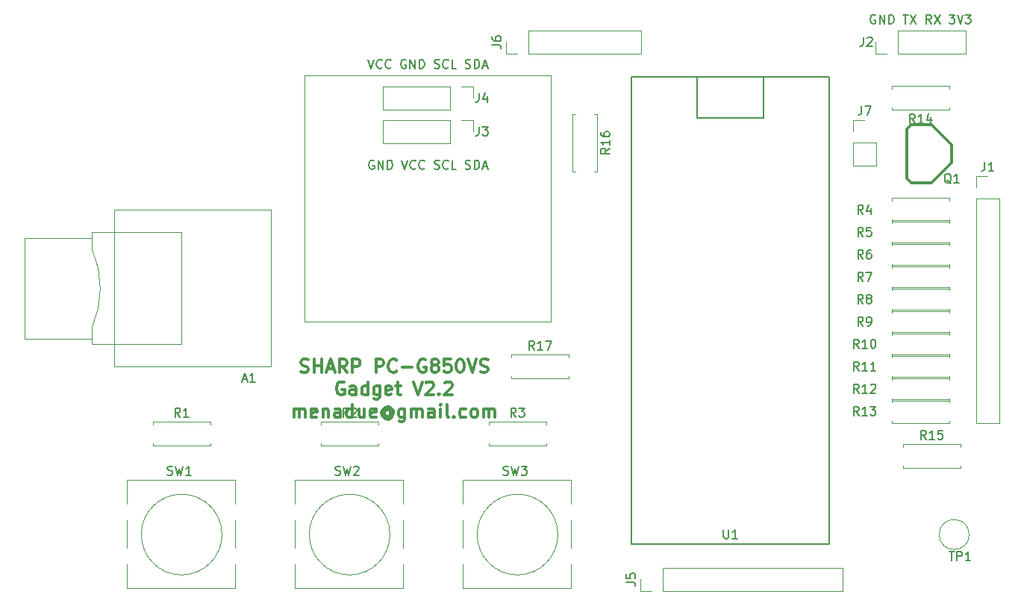
<source format=gbr>
%TF.GenerationSoftware,KiCad,Pcbnew,5.1.5+dfsg1-2build2*%
%TF.CreationDate,2022-09-12T08:37:09+01:00*%
%TF.ProjectId,bluepill-pb1,626c7565-7069-46c6-9c2d-7062312e6b69,rev?*%
%TF.SameCoordinates,Original*%
%TF.FileFunction,Legend,Top*%
%TF.FilePolarity,Positive*%
%FSLAX46Y46*%
G04 Gerber Fmt 4.6, Leading zero omitted, Abs format (unit mm)*
G04 Created by KiCad (PCBNEW 5.1.5+dfsg1-2build2) date 2022-09-12 08:37:09*
%MOMM*%
%LPD*%
G04 APERTURE LIST*
%ADD10C,0.300000*%
%ADD11C,0.120000*%
%ADD12C,0.150000*%
%ADD13C,0.304800*%
%ADD14C,0.203200*%
G04 APERTURE END LIST*
D10*
X99882857Y-97117142D02*
X100097142Y-97188571D01*
X100454285Y-97188571D01*
X100597142Y-97117142D01*
X100668571Y-97045714D01*
X100740000Y-96902857D01*
X100740000Y-96760000D01*
X100668571Y-96617142D01*
X100597142Y-96545714D01*
X100454285Y-96474285D01*
X100168571Y-96402857D01*
X100025714Y-96331428D01*
X99954285Y-96260000D01*
X99882857Y-96117142D01*
X99882857Y-95974285D01*
X99954285Y-95831428D01*
X100025714Y-95760000D01*
X100168571Y-95688571D01*
X100525714Y-95688571D01*
X100740000Y-95760000D01*
X101382857Y-97188571D02*
X101382857Y-95688571D01*
X101382857Y-96402857D02*
X102240000Y-96402857D01*
X102240000Y-97188571D02*
X102240000Y-95688571D01*
X102882857Y-96760000D02*
X103597142Y-96760000D01*
X102740000Y-97188571D02*
X103240000Y-95688571D01*
X103740000Y-97188571D01*
X105097142Y-97188571D02*
X104597142Y-96474285D01*
X104240000Y-97188571D02*
X104240000Y-95688571D01*
X104811428Y-95688571D01*
X104954285Y-95760000D01*
X105025714Y-95831428D01*
X105097142Y-95974285D01*
X105097142Y-96188571D01*
X105025714Y-96331428D01*
X104954285Y-96402857D01*
X104811428Y-96474285D01*
X104240000Y-96474285D01*
X105740000Y-97188571D02*
X105740000Y-95688571D01*
X106311428Y-95688571D01*
X106454285Y-95760000D01*
X106525714Y-95831428D01*
X106597142Y-95974285D01*
X106597142Y-96188571D01*
X106525714Y-96331428D01*
X106454285Y-96402857D01*
X106311428Y-96474285D01*
X105740000Y-96474285D01*
X108382857Y-97188571D02*
X108382857Y-95688571D01*
X108954285Y-95688571D01*
X109097142Y-95760000D01*
X109168571Y-95831428D01*
X109240000Y-95974285D01*
X109240000Y-96188571D01*
X109168571Y-96331428D01*
X109097142Y-96402857D01*
X108954285Y-96474285D01*
X108382857Y-96474285D01*
X110740000Y-97045714D02*
X110668571Y-97117142D01*
X110454285Y-97188571D01*
X110311428Y-97188571D01*
X110097142Y-97117142D01*
X109954285Y-96974285D01*
X109882857Y-96831428D01*
X109811428Y-96545714D01*
X109811428Y-96331428D01*
X109882857Y-96045714D01*
X109954285Y-95902857D01*
X110097142Y-95760000D01*
X110311428Y-95688571D01*
X110454285Y-95688571D01*
X110668571Y-95760000D01*
X110740000Y-95831428D01*
X111382857Y-96617142D02*
X112525714Y-96617142D01*
X114025714Y-95760000D02*
X113882857Y-95688571D01*
X113668571Y-95688571D01*
X113454285Y-95760000D01*
X113311428Y-95902857D01*
X113240000Y-96045714D01*
X113168571Y-96331428D01*
X113168571Y-96545714D01*
X113240000Y-96831428D01*
X113311428Y-96974285D01*
X113454285Y-97117142D01*
X113668571Y-97188571D01*
X113811428Y-97188571D01*
X114025714Y-97117142D01*
X114097142Y-97045714D01*
X114097142Y-96545714D01*
X113811428Y-96545714D01*
X114954285Y-96331428D02*
X114811428Y-96260000D01*
X114740000Y-96188571D01*
X114668571Y-96045714D01*
X114668571Y-95974285D01*
X114740000Y-95831428D01*
X114811428Y-95760000D01*
X114954285Y-95688571D01*
X115240000Y-95688571D01*
X115382857Y-95760000D01*
X115454285Y-95831428D01*
X115525714Y-95974285D01*
X115525714Y-96045714D01*
X115454285Y-96188571D01*
X115382857Y-96260000D01*
X115240000Y-96331428D01*
X114954285Y-96331428D01*
X114811428Y-96402857D01*
X114740000Y-96474285D01*
X114668571Y-96617142D01*
X114668571Y-96902857D01*
X114740000Y-97045714D01*
X114811428Y-97117142D01*
X114954285Y-97188571D01*
X115240000Y-97188571D01*
X115382857Y-97117142D01*
X115454285Y-97045714D01*
X115525714Y-96902857D01*
X115525714Y-96617142D01*
X115454285Y-96474285D01*
X115382857Y-96402857D01*
X115240000Y-96331428D01*
X116882857Y-95688571D02*
X116168571Y-95688571D01*
X116097142Y-96402857D01*
X116168571Y-96331428D01*
X116311428Y-96260000D01*
X116668571Y-96260000D01*
X116811428Y-96331428D01*
X116882857Y-96402857D01*
X116954285Y-96545714D01*
X116954285Y-96902857D01*
X116882857Y-97045714D01*
X116811428Y-97117142D01*
X116668571Y-97188571D01*
X116311428Y-97188571D01*
X116168571Y-97117142D01*
X116097142Y-97045714D01*
X117882857Y-95688571D02*
X118025714Y-95688571D01*
X118168571Y-95760000D01*
X118240000Y-95831428D01*
X118311428Y-95974285D01*
X118382857Y-96260000D01*
X118382857Y-96617142D01*
X118311428Y-96902857D01*
X118240000Y-97045714D01*
X118168571Y-97117142D01*
X118025714Y-97188571D01*
X117882857Y-97188571D01*
X117740000Y-97117142D01*
X117668571Y-97045714D01*
X117597142Y-96902857D01*
X117525714Y-96617142D01*
X117525714Y-96260000D01*
X117597142Y-95974285D01*
X117668571Y-95831428D01*
X117740000Y-95760000D01*
X117882857Y-95688571D01*
X118811428Y-95688571D02*
X119311428Y-97188571D01*
X119811428Y-95688571D01*
X120240000Y-97117142D02*
X120454285Y-97188571D01*
X120811428Y-97188571D01*
X120954285Y-97117142D01*
X121025714Y-97045714D01*
X121097142Y-96902857D01*
X121097142Y-96760000D01*
X121025714Y-96617142D01*
X120954285Y-96545714D01*
X120811428Y-96474285D01*
X120525714Y-96402857D01*
X120382857Y-96331428D01*
X120311428Y-96260000D01*
X120240000Y-96117142D01*
X120240000Y-95974285D01*
X120311428Y-95831428D01*
X120382857Y-95760000D01*
X120525714Y-95688571D01*
X120882857Y-95688571D01*
X121097142Y-95760000D01*
X104775714Y-98310000D02*
X104632857Y-98238571D01*
X104418571Y-98238571D01*
X104204285Y-98310000D01*
X104061428Y-98452857D01*
X103990000Y-98595714D01*
X103918571Y-98881428D01*
X103918571Y-99095714D01*
X103990000Y-99381428D01*
X104061428Y-99524285D01*
X104204285Y-99667142D01*
X104418571Y-99738571D01*
X104561428Y-99738571D01*
X104775714Y-99667142D01*
X104847142Y-99595714D01*
X104847142Y-99095714D01*
X104561428Y-99095714D01*
X106132857Y-99738571D02*
X106132857Y-98952857D01*
X106061428Y-98810000D01*
X105918571Y-98738571D01*
X105632857Y-98738571D01*
X105490000Y-98810000D01*
X106132857Y-99667142D02*
X105990000Y-99738571D01*
X105632857Y-99738571D01*
X105490000Y-99667142D01*
X105418571Y-99524285D01*
X105418571Y-99381428D01*
X105490000Y-99238571D01*
X105632857Y-99167142D01*
X105990000Y-99167142D01*
X106132857Y-99095714D01*
X107490000Y-99738571D02*
X107490000Y-98238571D01*
X107490000Y-99667142D02*
X107347142Y-99738571D01*
X107061428Y-99738571D01*
X106918571Y-99667142D01*
X106847142Y-99595714D01*
X106775714Y-99452857D01*
X106775714Y-99024285D01*
X106847142Y-98881428D01*
X106918571Y-98810000D01*
X107061428Y-98738571D01*
X107347142Y-98738571D01*
X107490000Y-98810000D01*
X108847142Y-98738571D02*
X108847142Y-99952857D01*
X108775714Y-100095714D01*
X108704285Y-100167142D01*
X108561428Y-100238571D01*
X108347142Y-100238571D01*
X108204285Y-100167142D01*
X108847142Y-99667142D02*
X108704285Y-99738571D01*
X108418571Y-99738571D01*
X108275714Y-99667142D01*
X108204285Y-99595714D01*
X108132857Y-99452857D01*
X108132857Y-99024285D01*
X108204285Y-98881428D01*
X108275714Y-98810000D01*
X108418571Y-98738571D01*
X108704285Y-98738571D01*
X108847142Y-98810000D01*
X110132857Y-99667142D02*
X109990000Y-99738571D01*
X109704285Y-99738571D01*
X109561428Y-99667142D01*
X109490000Y-99524285D01*
X109490000Y-98952857D01*
X109561428Y-98810000D01*
X109704285Y-98738571D01*
X109990000Y-98738571D01*
X110132857Y-98810000D01*
X110204285Y-98952857D01*
X110204285Y-99095714D01*
X109490000Y-99238571D01*
X110632857Y-98738571D02*
X111204285Y-98738571D01*
X110847142Y-98238571D02*
X110847142Y-99524285D01*
X110918571Y-99667142D01*
X111061428Y-99738571D01*
X111204285Y-99738571D01*
X112632857Y-98238571D02*
X113132857Y-99738571D01*
X113632857Y-98238571D01*
X114061428Y-98381428D02*
X114132857Y-98310000D01*
X114275714Y-98238571D01*
X114632857Y-98238571D01*
X114775714Y-98310000D01*
X114847142Y-98381428D01*
X114918571Y-98524285D01*
X114918571Y-98667142D01*
X114847142Y-98881428D01*
X113990000Y-99738571D01*
X114918571Y-99738571D01*
X115561428Y-99595714D02*
X115632857Y-99667142D01*
X115561428Y-99738571D01*
X115490000Y-99667142D01*
X115561428Y-99595714D01*
X115561428Y-99738571D01*
X116204285Y-98381428D02*
X116275714Y-98310000D01*
X116418571Y-98238571D01*
X116775714Y-98238571D01*
X116918571Y-98310000D01*
X116990000Y-98381428D01*
X117061428Y-98524285D01*
X117061428Y-98667142D01*
X116990000Y-98881428D01*
X116132857Y-99738571D01*
X117061428Y-99738571D01*
X99097142Y-102288571D02*
X99097142Y-101288571D01*
X99097142Y-101431428D02*
X99168571Y-101360000D01*
X99311428Y-101288571D01*
X99525714Y-101288571D01*
X99668571Y-101360000D01*
X99740000Y-101502857D01*
X99740000Y-102288571D01*
X99740000Y-101502857D02*
X99811428Y-101360000D01*
X99954285Y-101288571D01*
X100168571Y-101288571D01*
X100311428Y-101360000D01*
X100382857Y-101502857D01*
X100382857Y-102288571D01*
X101668571Y-102217142D02*
X101525714Y-102288571D01*
X101240000Y-102288571D01*
X101097142Y-102217142D01*
X101025714Y-102074285D01*
X101025714Y-101502857D01*
X101097142Y-101360000D01*
X101240000Y-101288571D01*
X101525714Y-101288571D01*
X101668571Y-101360000D01*
X101740000Y-101502857D01*
X101740000Y-101645714D01*
X101025714Y-101788571D01*
X102382857Y-101288571D02*
X102382857Y-102288571D01*
X102382857Y-101431428D02*
X102454285Y-101360000D01*
X102597142Y-101288571D01*
X102811428Y-101288571D01*
X102954285Y-101360000D01*
X103025714Y-101502857D01*
X103025714Y-102288571D01*
X104382857Y-102288571D02*
X104382857Y-101502857D01*
X104311428Y-101360000D01*
X104168571Y-101288571D01*
X103882857Y-101288571D01*
X103740000Y-101360000D01*
X104382857Y-102217142D02*
X104240000Y-102288571D01*
X103882857Y-102288571D01*
X103740000Y-102217142D01*
X103668571Y-102074285D01*
X103668571Y-101931428D01*
X103740000Y-101788571D01*
X103882857Y-101717142D01*
X104240000Y-101717142D01*
X104382857Y-101645714D01*
X105740000Y-102288571D02*
X105740000Y-100788571D01*
X105740000Y-102217142D02*
X105597142Y-102288571D01*
X105311428Y-102288571D01*
X105168571Y-102217142D01*
X105097142Y-102145714D01*
X105025714Y-102002857D01*
X105025714Y-101574285D01*
X105097142Y-101431428D01*
X105168571Y-101360000D01*
X105311428Y-101288571D01*
X105597142Y-101288571D01*
X105740000Y-101360000D01*
X107097142Y-101288571D02*
X107097142Y-102288571D01*
X106454285Y-101288571D02*
X106454285Y-102074285D01*
X106525714Y-102217142D01*
X106668571Y-102288571D01*
X106882857Y-102288571D01*
X107025714Y-102217142D01*
X107097142Y-102145714D01*
X108382857Y-102217142D02*
X108240000Y-102288571D01*
X107954285Y-102288571D01*
X107811428Y-102217142D01*
X107740000Y-102074285D01*
X107740000Y-101502857D01*
X107811428Y-101360000D01*
X107954285Y-101288571D01*
X108240000Y-101288571D01*
X108382857Y-101360000D01*
X108454285Y-101502857D01*
X108454285Y-101645714D01*
X107740000Y-101788571D01*
X110025714Y-101574285D02*
X109954285Y-101502857D01*
X109811428Y-101431428D01*
X109668571Y-101431428D01*
X109525714Y-101502857D01*
X109454285Y-101574285D01*
X109382857Y-101717142D01*
X109382857Y-101860000D01*
X109454285Y-102002857D01*
X109525714Y-102074285D01*
X109668571Y-102145714D01*
X109811428Y-102145714D01*
X109954285Y-102074285D01*
X110025714Y-102002857D01*
X110025714Y-101431428D02*
X110025714Y-102002857D01*
X110097142Y-102074285D01*
X110168571Y-102074285D01*
X110311428Y-102002857D01*
X110382857Y-101860000D01*
X110382857Y-101502857D01*
X110240000Y-101288571D01*
X110025714Y-101145714D01*
X109740000Y-101074285D01*
X109454285Y-101145714D01*
X109240000Y-101288571D01*
X109097142Y-101502857D01*
X109025714Y-101788571D01*
X109097142Y-102074285D01*
X109240000Y-102288571D01*
X109454285Y-102431428D01*
X109740000Y-102502857D01*
X110025714Y-102431428D01*
X110240000Y-102288571D01*
X111668571Y-101288571D02*
X111668571Y-102502857D01*
X111597142Y-102645714D01*
X111525714Y-102717142D01*
X111382857Y-102788571D01*
X111168571Y-102788571D01*
X111025714Y-102717142D01*
X111668571Y-102217142D02*
X111525714Y-102288571D01*
X111240000Y-102288571D01*
X111097142Y-102217142D01*
X111025714Y-102145714D01*
X110954285Y-102002857D01*
X110954285Y-101574285D01*
X111025714Y-101431428D01*
X111097142Y-101360000D01*
X111240000Y-101288571D01*
X111525714Y-101288571D01*
X111668571Y-101360000D01*
X112382857Y-102288571D02*
X112382857Y-101288571D01*
X112382857Y-101431428D02*
X112454285Y-101360000D01*
X112597142Y-101288571D01*
X112811428Y-101288571D01*
X112954285Y-101360000D01*
X113025714Y-101502857D01*
X113025714Y-102288571D01*
X113025714Y-101502857D02*
X113097142Y-101360000D01*
X113240000Y-101288571D01*
X113454285Y-101288571D01*
X113597142Y-101360000D01*
X113668571Y-101502857D01*
X113668571Y-102288571D01*
X115025714Y-102288571D02*
X115025714Y-101502857D01*
X114954285Y-101360000D01*
X114811428Y-101288571D01*
X114525714Y-101288571D01*
X114382857Y-101360000D01*
X115025714Y-102217142D02*
X114882857Y-102288571D01*
X114525714Y-102288571D01*
X114382857Y-102217142D01*
X114311428Y-102074285D01*
X114311428Y-101931428D01*
X114382857Y-101788571D01*
X114525714Y-101717142D01*
X114882857Y-101717142D01*
X115025714Y-101645714D01*
X115740000Y-102288571D02*
X115740000Y-101288571D01*
X115740000Y-100788571D02*
X115668571Y-100860000D01*
X115740000Y-100931428D01*
X115811428Y-100860000D01*
X115740000Y-100788571D01*
X115740000Y-100931428D01*
X116668571Y-102288571D02*
X116525714Y-102217142D01*
X116454285Y-102074285D01*
X116454285Y-100788571D01*
X117240000Y-102145714D02*
X117311428Y-102217142D01*
X117240000Y-102288571D01*
X117168571Y-102217142D01*
X117240000Y-102145714D01*
X117240000Y-102288571D01*
X118597142Y-102217142D02*
X118454285Y-102288571D01*
X118168571Y-102288571D01*
X118025714Y-102217142D01*
X117954285Y-102145714D01*
X117882857Y-102002857D01*
X117882857Y-101574285D01*
X117954285Y-101431428D01*
X118025714Y-101360000D01*
X118168571Y-101288571D01*
X118454285Y-101288571D01*
X118597142Y-101360000D01*
X119454285Y-102288571D02*
X119311428Y-102217142D01*
X119240000Y-102145714D01*
X119168571Y-102002857D01*
X119168571Y-101574285D01*
X119240000Y-101431428D01*
X119311428Y-101360000D01*
X119454285Y-101288571D01*
X119668571Y-101288571D01*
X119811428Y-101360000D01*
X119882857Y-101431428D01*
X119954285Y-101574285D01*
X119954285Y-102002857D01*
X119882857Y-102145714D01*
X119811428Y-102217142D01*
X119668571Y-102288571D01*
X119454285Y-102288571D01*
X120597142Y-102288571D02*
X120597142Y-101288571D01*
X120597142Y-101431428D02*
X120668571Y-101360000D01*
X120811428Y-101288571D01*
X121025714Y-101288571D01*
X121168571Y-101360000D01*
X121240000Y-101502857D01*
X121240000Y-102288571D01*
X121240000Y-101502857D02*
X121311428Y-101360000D01*
X121454285Y-101288571D01*
X121668571Y-101288571D01*
X121811428Y-101360000D01*
X121882857Y-101502857D01*
X121882857Y-102288571D01*
D11*
X100330000Y-91440000D02*
X100330000Y-63500000D01*
X128270000Y-91440000D02*
X100330000Y-91440000D01*
X128270000Y-63500000D02*
X128270000Y-91440000D01*
X100330000Y-63500000D02*
X128270000Y-63500000D01*
D12*
X165060952Y-56650000D02*
X164965714Y-56602380D01*
X164822857Y-56602380D01*
X164680000Y-56650000D01*
X164584761Y-56745238D01*
X164537142Y-56840476D01*
X164489523Y-57030952D01*
X164489523Y-57173809D01*
X164537142Y-57364285D01*
X164584761Y-57459523D01*
X164680000Y-57554761D01*
X164822857Y-57602380D01*
X164918095Y-57602380D01*
X165060952Y-57554761D01*
X165108571Y-57507142D01*
X165108571Y-57173809D01*
X164918095Y-57173809D01*
X165537142Y-57602380D02*
X165537142Y-56602380D01*
X166108571Y-57602380D01*
X166108571Y-56602380D01*
X166584761Y-57602380D02*
X166584761Y-56602380D01*
X166822857Y-56602380D01*
X166965714Y-56650000D01*
X167060952Y-56745238D01*
X167108571Y-56840476D01*
X167156190Y-57030952D01*
X167156190Y-57173809D01*
X167108571Y-57364285D01*
X167060952Y-57459523D01*
X166965714Y-57554761D01*
X166822857Y-57602380D01*
X166584761Y-57602380D01*
X168203809Y-56602380D02*
X168775238Y-56602380D01*
X168489523Y-57602380D02*
X168489523Y-56602380D01*
X169013333Y-56602380D02*
X169680000Y-57602380D01*
X169680000Y-56602380D02*
X169013333Y-57602380D01*
X171394285Y-57602380D02*
X171060952Y-57126190D01*
X170822857Y-57602380D02*
X170822857Y-56602380D01*
X171203809Y-56602380D01*
X171299047Y-56650000D01*
X171346666Y-56697619D01*
X171394285Y-56792857D01*
X171394285Y-56935714D01*
X171346666Y-57030952D01*
X171299047Y-57078571D01*
X171203809Y-57126190D01*
X170822857Y-57126190D01*
X171727619Y-56602380D02*
X172394285Y-57602380D01*
X172394285Y-56602380D02*
X171727619Y-57602380D01*
X173441904Y-56602380D02*
X174060952Y-56602380D01*
X173727619Y-56983333D01*
X173870476Y-56983333D01*
X173965714Y-57030952D01*
X174013333Y-57078571D01*
X174060952Y-57173809D01*
X174060952Y-57411904D01*
X174013333Y-57507142D01*
X173965714Y-57554761D01*
X173870476Y-57602380D01*
X173584761Y-57602380D01*
X173489523Y-57554761D01*
X173441904Y-57507142D01*
X174346666Y-56602380D02*
X174680000Y-57602380D01*
X175013333Y-56602380D01*
X175251428Y-56602380D02*
X175870476Y-56602380D01*
X175537142Y-56983333D01*
X175680000Y-56983333D01*
X175775238Y-57030952D01*
X175822857Y-57078571D01*
X175870476Y-57173809D01*
X175870476Y-57411904D01*
X175822857Y-57507142D01*
X175775238Y-57554761D01*
X175680000Y-57602380D01*
X175394285Y-57602380D01*
X175299047Y-57554761D01*
X175251428Y-57507142D01*
X108180952Y-73160000D02*
X108085714Y-73112380D01*
X107942857Y-73112380D01*
X107800000Y-73160000D01*
X107704761Y-73255238D01*
X107657142Y-73350476D01*
X107609523Y-73540952D01*
X107609523Y-73683809D01*
X107657142Y-73874285D01*
X107704761Y-73969523D01*
X107800000Y-74064761D01*
X107942857Y-74112380D01*
X108038095Y-74112380D01*
X108180952Y-74064761D01*
X108228571Y-74017142D01*
X108228571Y-73683809D01*
X108038095Y-73683809D01*
X108657142Y-74112380D02*
X108657142Y-73112380D01*
X109228571Y-74112380D01*
X109228571Y-73112380D01*
X109704761Y-74112380D02*
X109704761Y-73112380D01*
X109942857Y-73112380D01*
X110085714Y-73160000D01*
X110180952Y-73255238D01*
X110228571Y-73350476D01*
X110276190Y-73540952D01*
X110276190Y-73683809D01*
X110228571Y-73874285D01*
X110180952Y-73969523D01*
X110085714Y-74064761D01*
X109942857Y-74112380D01*
X109704761Y-74112380D01*
X111323809Y-73112380D02*
X111657142Y-74112380D01*
X111990476Y-73112380D01*
X112895238Y-74017142D02*
X112847619Y-74064761D01*
X112704761Y-74112380D01*
X112609523Y-74112380D01*
X112466666Y-74064761D01*
X112371428Y-73969523D01*
X112323809Y-73874285D01*
X112276190Y-73683809D01*
X112276190Y-73540952D01*
X112323809Y-73350476D01*
X112371428Y-73255238D01*
X112466666Y-73160000D01*
X112609523Y-73112380D01*
X112704761Y-73112380D01*
X112847619Y-73160000D01*
X112895238Y-73207619D01*
X113895238Y-74017142D02*
X113847619Y-74064761D01*
X113704761Y-74112380D01*
X113609523Y-74112380D01*
X113466666Y-74064761D01*
X113371428Y-73969523D01*
X113323809Y-73874285D01*
X113276190Y-73683809D01*
X113276190Y-73540952D01*
X113323809Y-73350476D01*
X113371428Y-73255238D01*
X113466666Y-73160000D01*
X113609523Y-73112380D01*
X113704761Y-73112380D01*
X113847619Y-73160000D01*
X113895238Y-73207619D01*
X115038095Y-74064761D02*
X115180952Y-74112380D01*
X115419047Y-74112380D01*
X115514285Y-74064761D01*
X115561904Y-74017142D01*
X115609523Y-73921904D01*
X115609523Y-73826666D01*
X115561904Y-73731428D01*
X115514285Y-73683809D01*
X115419047Y-73636190D01*
X115228571Y-73588571D01*
X115133333Y-73540952D01*
X115085714Y-73493333D01*
X115038095Y-73398095D01*
X115038095Y-73302857D01*
X115085714Y-73207619D01*
X115133333Y-73160000D01*
X115228571Y-73112380D01*
X115466666Y-73112380D01*
X115609523Y-73160000D01*
X116609523Y-74017142D02*
X116561904Y-74064761D01*
X116419047Y-74112380D01*
X116323809Y-74112380D01*
X116180952Y-74064761D01*
X116085714Y-73969523D01*
X116038095Y-73874285D01*
X115990476Y-73683809D01*
X115990476Y-73540952D01*
X116038095Y-73350476D01*
X116085714Y-73255238D01*
X116180952Y-73160000D01*
X116323809Y-73112380D01*
X116419047Y-73112380D01*
X116561904Y-73160000D01*
X116609523Y-73207619D01*
X117514285Y-74112380D02*
X117038095Y-74112380D01*
X117038095Y-73112380D01*
X118561904Y-74064761D02*
X118704761Y-74112380D01*
X118942857Y-74112380D01*
X119038095Y-74064761D01*
X119085714Y-74017142D01*
X119133333Y-73921904D01*
X119133333Y-73826666D01*
X119085714Y-73731428D01*
X119038095Y-73683809D01*
X118942857Y-73636190D01*
X118752380Y-73588571D01*
X118657142Y-73540952D01*
X118609523Y-73493333D01*
X118561904Y-73398095D01*
X118561904Y-73302857D01*
X118609523Y-73207619D01*
X118657142Y-73160000D01*
X118752380Y-73112380D01*
X118990476Y-73112380D01*
X119133333Y-73160000D01*
X119561904Y-74112380D02*
X119561904Y-73112380D01*
X119799999Y-73112380D01*
X119942857Y-73160000D01*
X120038095Y-73255238D01*
X120085714Y-73350476D01*
X120133333Y-73540952D01*
X120133333Y-73683809D01*
X120085714Y-73874285D01*
X120038095Y-73969523D01*
X119942857Y-74064761D01*
X119799999Y-74112380D01*
X119561904Y-74112380D01*
X120514285Y-73826666D02*
X120990476Y-73826666D01*
X120419047Y-74112380D02*
X120752380Y-73112380D01*
X121085714Y-74112380D01*
X107514285Y-61682380D02*
X107847619Y-62682380D01*
X108180952Y-61682380D01*
X109085714Y-62587142D02*
X109038095Y-62634761D01*
X108895238Y-62682380D01*
X108800000Y-62682380D01*
X108657142Y-62634761D01*
X108561904Y-62539523D01*
X108514285Y-62444285D01*
X108466666Y-62253809D01*
X108466666Y-62110952D01*
X108514285Y-61920476D01*
X108561904Y-61825238D01*
X108657142Y-61730000D01*
X108800000Y-61682380D01*
X108895238Y-61682380D01*
X109038095Y-61730000D01*
X109085714Y-61777619D01*
X110085714Y-62587142D02*
X110038095Y-62634761D01*
X109895238Y-62682380D01*
X109800000Y-62682380D01*
X109657142Y-62634761D01*
X109561904Y-62539523D01*
X109514285Y-62444285D01*
X109466666Y-62253809D01*
X109466666Y-62110952D01*
X109514285Y-61920476D01*
X109561904Y-61825238D01*
X109657142Y-61730000D01*
X109800000Y-61682380D01*
X109895238Y-61682380D01*
X110038095Y-61730000D01*
X110085714Y-61777619D01*
X111800000Y-61730000D02*
X111704761Y-61682380D01*
X111561904Y-61682380D01*
X111419047Y-61730000D01*
X111323809Y-61825238D01*
X111276190Y-61920476D01*
X111228571Y-62110952D01*
X111228571Y-62253809D01*
X111276190Y-62444285D01*
X111323809Y-62539523D01*
X111419047Y-62634761D01*
X111561904Y-62682380D01*
X111657142Y-62682380D01*
X111800000Y-62634761D01*
X111847619Y-62587142D01*
X111847619Y-62253809D01*
X111657142Y-62253809D01*
X112276190Y-62682380D02*
X112276190Y-61682380D01*
X112847619Y-62682380D01*
X112847619Y-61682380D01*
X113323809Y-62682380D02*
X113323809Y-61682380D01*
X113561904Y-61682380D01*
X113704761Y-61730000D01*
X113800000Y-61825238D01*
X113847619Y-61920476D01*
X113895238Y-62110952D01*
X113895238Y-62253809D01*
X113847619Y-62444285D01*
X113800000Y-62539523D01*
X113704761Y-62634761D01*
X113561904Y-62682380D01*
X113323809Y-62682380D01*
X115038095Y-62634761D02*
X115180952Y-62682380D01*
X115419047Y-62682380D01*
X115514285Y-62634761D01*
X115561904Y-62587142D01*
X115609523Y-62491904D01*
X115609523Y-62396666D01*
X115561904Y-62301428D01*
X115514285Y-62253809D01*
X115419047Y-62206190D01*
X115228571Y-62158571D01*
X115133333Y-62110952D01*
X115085714Y-62063333D01*
X115038095Y-61968095D01*
X115038095Y-61872857D01*
X115085714Y-61777619D01*
X115133333Y-61730000D01*
X115228571Y-61682380D01*
X115466666Y-61682380D01*
X115609523Y-61730000D01*
X116609523Y-62587142D02*
X116561904Y-62634761D01*
X116419047Y-62682380D01*
X116323809Y-62682380D01*
X116180952Y-62634761D01*
X116085714Y-62539523D01*
X116038095Y-62444285D01*
X115990476Y-62253809D01*
X115990476Y-62110952D01*
X116038095Y-61920476D01*
X116085714Y-61825238D01*
X116180952Y-61730000D01*
X116323809Y-61682380D01*
X116419047Y-61682380D01*
X116561904Y-61730000D01*
X116609523Y-61777619D01*
X117514285Y-62682380D02*
X117038095Y-62682380D01*
X117038095Y-61682380D01*
X118561904Y-62634761D02*
X118704761Y-62682380D01*
X118942857Y-62682380D01*
X119038095Y-62634761D01*
X119085714Y-62587142D01*
X119133333Y-62491904D01*
X119133333Y-62396666D01*
X119085714Y-62301428D01*
X119038095Y-62253809D01*
X118942857Y-62206190D01*
X118752380Y-62158571D01*
X118657142Y-62110952D01*
X118609523Y-62063333D01*
X118561904Y-61968095D01*
X118561904Y-61872857D01*
X118609523Y-61777619D01*
X118657142Y-61730000D01*
X118752380Y-61682380D01*
X118990476Y-61682380D01*
X119133333Y-61730000D01*
X119561904Y-62682380D02*
X119561904Y-61682380D01*
X119799999Y-61682380D01*
X119942857Y-61730000D01*
X120038095Y-61825238D01*
X120085714Y-61920476D01*
X120133333Y-62110952D01*
X120133333Y-62253809D01*
X120085714Y-62444285D01*
X120038095Y-62539523D01*
X119942857Y-62634761D01*
X119799999Y-62682380D01*
X119561904Y-62682380D01*
X120514285Y-62396666D02*
X120990476Y-62396666D01*
X120419047Y-62682380D02*
X120752380Y-61682380D01*
X121085714Y-62682380D01*
D11*
%TO.C,J6*%
X123130000Y-61020000D02*
X123130000Y-59690000D01*
X124460000Y-61020000D02*
X123130000Y-61020000D01*
X125730000Y-61020000D02*
X125730000Y-58360000D01*
X125730000Y-58360000D02*
X138490000Y-58360000D01*
X125730000Y-61020000D02*
X138490000Y-61020000D01*
X138490000Y-61020000D02*
X138490000Y-58360000D01*
%TO.C,J7*%
X162500000Y-68520000D02*
X163830000Y-68520000D01*
X162500000Y-69850000D02*
X162500000Y-68520000D01*
X162500000Y-71120000D02*
X165160000Y-71120000D01*
X165160000Y-71120000D02*
X165160000Y-73720000D01*
X162500000Y-71120000D02*
X162500000Y-73720000D01*
X162500000Y-73720000D02*
X165160000Y-73720000D01*
%TO.C,R17*%
X130270000Y-97890000D02*
X130270000Y-97560000D01*
X123730000Y-97890000D02*
X130270000Y-97890000D01*
X123730000Y-97560000D02*
X123730000Y-97890000D01*
X130270000Y-95150000D02*
X130270000Y-95480000D01*
X123730000Y-95150000D02*
X130270000Y-95150000D01*
X123730000Y-95480000D02*
X123730000Y-95150000D01*
%TO.C,TP1*%
X175690000Y-115570000D02*
G75*
G03X175690000Y-115570000I-1700000J0D01*
G01*
%TO.C,R16*%
X130710000Y-74390000D02*
X131040000Y-74390000D01*
X130710000Y-67850000D02*
X130710000Y-74390000D01*
X131040000Y-67850000D02*
X130710000Y-67850000D01*
X133450000Y-74390000D02*
X133120000Y-74390000D01*
X133450000Y-67850000D02*
X133450000Y-74390000D01*
X133120000Y-67850000D02*
X133450000Y-67850000D01*
%TO.C,R15*%
X168180000Y-105640000D02*
X168180000Y-105310000D01*
X168180000Y-105310000D02*
X174720000Y-105310000D01*
X174720000Y-105310000D02*
X174720000Y-105640000D01*
X168180000Y-107720000D02*
X168180000Y-108050000D01*
X168180000Y-108050000D02*
X174720000Y-108050000D01*
X174720000Y-108050000D02*
X174720000Y-107720000D01*
D12*
%TO.C,U1*%
X137340000Y-116670000D02*
X137340000Y-63670000D01*
X159840000Y-116670000D02*
X137340000Y-116670000D01*
X159840000Y-63670000D02*
X159840000Y-116670000D01*
X137340000Y-63670000D02*
X159840000Y-63670000D01*
X152390000Y-68270000D02*
X152390000Y-63770000D01*
X144790000Y-68270000D02*
X152390000Y-68270000D01*
X144790000Y-63770000D02*
X144790000Y-68270000D01*
D11*
%TO.C,SW2*%
X111460000Y-109380000D02*
X111460000Y-112100000D01*
X111460000Y-118960000D02*
X111460000Y-121680000D01*
X99160000Y-117100000D02*
X99160000Y-113960000D01*
X99160000Y-121680000D02*
X99160000Y-118960000D01*
X109989050Y-115570000D02*
G75*
G03X109989050Y-115570000I-4579050J0D01*
G01*
X99160000Y-112100000D02*
X99160000Y-109380000D01*
X111460000Y-121680000D02*
X99160000Y-121680000D01*
X111460000Y-113960000D02*
X111460000Y-117100000D01*
X99160000Y-109380000D02*
X111460000Y-109380000D01*
%TO.C,J5*%
X138370000Y-121980000D02*
X138370000Y-120650000D01*
X139700000Y-121980000D02*
X138370000Y-121980000D01*
X140970000Y-121980000D02*
X140970000Y-119320000D01*
X140970000Y-119320000D02*
X161350000Y-119320000D01*
X140970000Y-121980000D02*
X161350000Y-121980000D01*
X161350000Y-121980000D02*
X161350000Y-119320000D01*
%TO.C,R14*%
X166910000Y-64670000D02*
X166910000Y-65000000D01*
X173450000Y-64670000D02*
X166910000Y-64670000D01*
X173450000Y-65000000D02*
X173450000Y-64670000D01*
X166910000Y-67410000D02*
X166910000Y-67080000D01*
X173450000Y-67410000D02*
X166910000Y-67410000D01*
X173450000Y-67080000D02*
X173450000Y-67410000D01*
D13*
%TO.C,Q1*%
X171450000Y-75692000D02*
X169164000Y-75692000D01*
X169164000Y-75692000D02*
X168656000Y-75184000D01*
X168656000Y-75184000D02*
X168656000Y-69596000D01*
X168656000Y-69596000D02*
X169164000Y-69088000D01*
X169164000Y-69088000D02*
X171450000Y-69088000D01*
X173736000Y-73406000D02*
X171450000Y-75692000D01*
X173736000Y-71374000D02*
X171450000Y-69088000D01*
X173736000Y-71374000D02*
X173736000Y-73406000D01*
D11*
%TO.C,J4*%
X109160000Y-64710000D02*
X109160000Y-67370000D01*
X116840000Y-64710000D02*
X109160000Y-64710000D01*
X116840000Y-67370000D02*
X109160000Y-67370000D01*
X116840000Y-64710000D02*
X116840000Y-67370000D01*
X118110000Y-64710000D02*
X119440000Y-64710000D01*
X119440000Y-64710000D02*
X119440000Y-66040000D01*
%TO.C,J2*%
X175320000Y-61020000D02*
X175320000Y-58360000D01*
X167640000Y-61020000D02*
X175320000Y-61020000D01*
X167640000Y-58360000D02*
X175320000Y-58360000D01*
X167640000Y-61020000D02*
X167640000Y-58360000D01*
X166370000Y-61020000D02*
X165040000Y-61020000D01*
X165040000Y-61020000D02*
X165040000Y-59690000D01*
%TO.C,J1*%
X176470000Y-102930000D02*
X179130000Y-102930000D01*
X176470000Y-77470000D02*
X176470000Y-102930000D01*
X179130000Y-77470000D02*
X179130000Y-102930000D01*
X176470000Y-77470000D02*
X179130000Y-77470000D01*
X176470000Y-76200000D02*
X176470000Y-74870000D01*
X176470000Y-74870000D02*
X177800000Y-74870000D01*
%TO.C,R13*%
X166910000Y-100560000D02*
X166910000Y-100230000D01*
X166910000Y-100230000D02*
X173450000Y-100230000D01*
X173450000Y-100230000D02*
X173450000Y-100560000D01*
X166910000Y-102640000D02*
X166910000Y-102970000D01*
X166910000Y-102970000D02*
X173450000Y-102970000D01*
X173450000Y-102970000D02*
X173450000Y-102640000D01*
%TO.C,R12*%
X166910000Y-98020000D02*
X166910000Y-97690000D01*
X166910000Y-97690000D02*
X173450000Y-97690000D01*
X173450000Y-97690000D02*
X173450000Y-98020000D01*
X166910000Y-100100000D02*
X166910000Y-100430000D01*
X166910000Y-100430000D02*
X173450000Y-100430000D01*
X173450000Y-100430000D02*
X173450000Y-100100000D01*
%TO.C,R11*%
X166910000Y-95480000D02*
X166910000Y-95150000D01*
X166910000Y-95150000D02*
X173450000Y-95150000D01*
X173450000Y-95150000D02*
X173450000Y-95480000D01*
X166910000Y-97560000D02*
X166910000Y-97890000D01*
X166910000Y-97890000D02*
X173450000Y-97890000D01*
X173450000Y-97890000D02*
X173450000Y-97560000D01*
%TO.C,R10*%
X166910000Y-92940000D02*
X166910000Y-92610000D01*
X166910000Y-92610000D02*
X173450000Y-92610000D01*
X173450000Y-92610000D02*
X173450000Y-92940000D01*
X166910000Y-95020000D02*
X166910000Y-95350000D01*
X166910000Y-95350000D02*
X173450000Y-95350000D01*
X173450000Y-95350000D02*
X173450000Y-95020000D01*
%TO.C,R9*%
X166910000Y-90400000D02*
X166910000Y-90070000D01*
X166910000Y-90070000D02*
X173450000Y-90070000D01*
X173450000Y-90070000D02*
X173450000Y-90400000D01*
X166910000Y-92480000D02*
X166910000Y-92810000D01*
X166910000Y-92810000D02*
X173450000Y-92810000D01*
X173450000Y-92810000D02*
X173450000Y-92480000D01*
%TO.C,R8*%
X166910000Y-87860000D02*
X166910000Y-87530000D01*
X166910000Y-87530000D02*
X173450000Y-87530000D01*
X173450000Y-87530000D02*
X173450000Y-87860000D01*
X166910000Y-89940000D02*
X166910000Y-90270000D01*
X166910000Y-90270000D02*
X173450000Y-90270000D01*
X173450000Y-90270000D02*
X173450000Y-89940000D01*
%TO.C,R7*%
X166910000Y-85320000D02*
X166910000Y-84990000D01*
X166910000Y-84990000D02*
X173450000Y-84990000D01*
X173450000Y-84990000D02*
X173450000Y-85320000D01*
X166910000Y-87400000D02*
X166910000Y-87730000D01*
X166910000Y-87730000D02*
X173450000Y-87730000D01*
X173450000Y-87730000D02*
X173450000Y-87400000D01*
%TO.C,R6*%
X166910000Y-82780000D02*
X166910000Y-82450000D01*
X166910000Y-82450000D02*
X173450000Y-82450000D01*
X173450000Y-82450000D02*
X173450000Y-82780000D01*
X166910000Y-84860000D02*
X166910000Y-85190000D01*
X166910000Y-85190000D02*
X173450000Y-85190000D01*
X173450000Y-85190000D02*
X173450000Y-84860000D01*
%TO.C,R5*%
X166910000Y-80240000D02*
X166910000Y-79910000D01*
X166910000Y-79910000D02*
X173450000Y-79910000D01*
X173450000Y-79910000D02*
X173450000Y-80240000D01*
X166910000Y-82320000D02*
X166910000Y-82650000D01*
X166910000Y-82650000D02*
X173450000Y-82650000D01*
X173450000Y-82650000D02*
X173450000Y-82320000D01*
%TO.C,R4*%
X166910000Y-77700000D02*
X166910000Y-77370000D01*
X166910000Y-77370000D02*
X173450000Y-77370000D01*
X173450000Y-77370000D02*
X173450000Y-77700000D01*
X166910000Y-79780000D02*
X166910000Y-80110000D01*
X166910000Y-80110000D02*
X173450000Y-80110000D01*
X173450000Y-80110000D02*
X173450000Y-79780000D01*
%TO.C,SW3*%
X130510000Y-109380000D02*
X130510000Y-112100000D01*
X130510000Y-118960000D02*
X130510000Y-121680000D01*
X118210000Y-117100000D02*
X118210000Y-113960000D01*
X118210000Y-121680000D02*
X118210000Y-118960000D01*
X129039050Y-115570000D02*
G75*
G03X129039050Y-115570000I-4579050J0D01*
G01*
X118210000Y-112100000D02*
X118210000Y-109380000D01*
X130510000Y-121680000D02*
X118210000Y-121680000D01*
X130510000Y-113960000D02*
X130510000Y-117100000D01*
X118210000Y-109380000D02*
X130510000Y-109380000D01*
%TO.C,SW1*%
X92410000Y-109380000D02*
X92410000Y-112100000D01*
X92410000Y-118960000D02*
X92410000Y-121680000D01*
X80110000Y-117100000D02*
X80110000Y-113960000D01*
X80110000Y-121680000D02*
X80110000Y-118960000D01*
X90939050Y-115570000D02*
G75*
G03X90939050Y-115570000I-4579050J0D01*
G01*
X80110000Y-112100000D02*
X80110000Y-109380000D01*
X92410000Y-121680000D02*
X80110000Y-121680000D01*
X92410000Y-113960000D02*
X92410000Y-117100000D01*
X80110000Y-109380000D02*
X92410000Y-109380000D01*
%TO.C,R3*%
X127730000Y-105510000D02*
X127730000Y-105180000D01*
X121190000Y-105510000D02*
X127730000Y-105510000D01*
X121190000Y-105180000D02*
X121190000Y-105510000D01*
X127730000Y-102770000D02*
X127730000Y-103100000D01*
X121190000Y-102770000D02*
X127730000Y-102770000D01*
X121190000Y-103100000D02*
X121190000Y-102770000D01*
%TO.C,R2*%
X108680000Y-105510000D02*
X108680000Y-105180000D01*
X102140000Y-105510000D02*
X108680000Y-105510000D01*
X102140000Y-105180000D02*
X102140000Y-105510000D01*
X108680000Y-102770000D02*
X108680000Y-103100000D01*
X102140000Y-102770000D02*
X108680000Y-102770000D01*
X102140000Y-103100000D02*
X102140000Y-102770000D01*
%TO.C,R1*%
X89630000Y-105510000D02*
X89630000Y-105180000D01*
X83090000Y-105510000D02*
X89630000Y-105510000D01*
X83090000Y-105180000D02*
X83090000Y-105510000D01*
X89630000Y-102770000D02*
X89630000Y-103100000D01*
X83090000Y-102770000D02*
X89630000Y-102770000D01*
X83090000Y-103100000D02*
X83090000Y-102770000D01*
%TO.C,J3*%
X119440000Y-68520000D02*
X119440000Y-69850000D01*
X118110000Y-68520000D02*
X119440000Y-68520000D01*
X116840000Y-68520000D02*
X116840000Y-71180000D01*
X116840000Y-71180000D02*
X109160000Y-71180000D01*
X116840000Y-68520000D02*
X109160000Y-68520000D01*
X109160000Y-68520000D02*
X109160000Y-71180000D01*
%TO.C,A1*%
X68580000Y-81915000D02*
X76200000Y-81915000D01*
X68580000Y-93345000D02*
X68580000Y-81915000D01*
X76200000Y-93345000D02*
X68580000Y-93345000D01*
X76200000Y-81280000D02*
X76200000Y-83185000D01*
X76200000Y-93980000D02*
X76200000Y-92075000D01*
X86360000Y-93980000D02*
X76200000Y-93980000D01*
X86360000Y-81280000D02*
X76200000Y-81280000D01*
X86360000Y-93980000D02*
X86360000Y-81280000D01*
X96520000Y-78740000D02*
X96520000Y-96520000D01*
X78740000Y-78740000D02*
X96520000Y-78740000D01*
X78740000Y-96520000D02*
X78740000Y-78740000D01*
X96520000Y-96520000D02*
X78740000Y-96520000D01*
X76200000Y-83185001D02*
G75*
G02X76200000Y-92075000I-10160000J-4444999D01*
G01*
%TO.C,J6*%
D12*
X121582380Y-60023333D02*
X122296666Y-60023333D01*
X122439523Y-60070952D01*
X122534761Y-60166190D01*
X122582380Y-60309047D01*
X122582380Y-60404285D01*
X121582380Y-59118571D02*
X121582380Y-59309047D01*
X121630000Y-59404285D01*
X121677619Y-59451904D01*
X121820476Y-59547142D01*
X122010952Y-59594761D01*
X122391904Y-59594761D01*
X122487142Y-59547142D01*
X122534761Y-59499523D01*
X122582380Y-59404285D01*
X122582380Y-59213809D01*
X122534761Y-59118571D01*
X122487142Y-59070952D01*
X122391904Y-59023333D01*
X122153809Y-59023333D01*
X122058571Y-59070952D01*
X122010952Y-59118571D01*
X121963333Y-59213809D01*
X121963333Y-59404285D01*
X122010952Y-59499523D01*
X122058571Y-59547142D01*
X122153809Y-59594761D01*
%TO.C,J7*%
X163496666Y-66972380D02*
X163496666Y-67686666D01*
X163449047Y-67829523D01*
X163353809Y-67924761D01*
X163210952Y-67972380D01*
X163115714Y-67972380D01*
X163877619Y-66972380D02*
X164544285Y-66972380D01*
X164115714Y-67972380D01*
%TO.C,R17*%
X126357142Y-94602380D02*
X126023809Y-94126190D01*
X125785714Y-94602380D02*
X125785714Y-93602380D01*
X126166666Y-93602380D01*
X126261904Y-93650000D01*
X126309523Y-93697619D01*
X126357142Y-93792857D01*
X126357142Y-93935714D01*
X126309523Y-94030952D01*
X126261904Y-94078571D01*
X126166666Y-94126190D01*
X125785714Y-94126190D01*
X127309523Y-94602380D02*
X126738095Y-94602380D01*
X127023809Y-94602380D02*
X127023809Y-93602380D01*
X126928571Y-93745238D01*
X126833333Y-93840476D01*
X126738095Y-93888095D01*
X127642857Y-93602380D02*
X128309523Y-93602380D01*
X127880952Y-94602380D01*
%TO.C,TP1*%
X173428095Y-117522380D02*
X173999523Y-117522380D01*
X173713809Y-118522380D02*
X173713809Y-117522380D01*
X174332857Y-118522380D02*
X174332857Y-117522380D01*
X174713809Y-117522380D01*
X174809047Y-117570000D01*
X174856666Y-117617619D01*
X174904285Y-117712857D01*
X174904285Y-117855714D01*
X174856666Y-117950952D01*
X174809047Y-117998571D01*
X174713809Y-118046190D01*
X174332857Y-118046190D01*
X175856666Y-118522380D02*
X175285238Y-118522380D01*
X175570952Y-118522380D02*
X175570952Y-117522380D01*
X175475714Y-117665238D01*
X175380476Y-117760476D01*
X175285238Y-117808095D01*
%TO.C,R16*%
X134902380Y-71762857D02*
X134426190Y-72096190D01*
X134902380Y-72334285D02*
X133902380Y-72334285D01*
X133902380Y-71953333D01*
X133950000Y-71858095D01*
X133997619Y-71810476D01*
X134092857Y-71762857D01*
X134235714Y-71762857D01*
X134330952Y-71810476D01*
X134378571Y-71858095D01*
X134426190Y-71953333D01*
X134426190Y-72334285D01*
X134902380Y-70810476D02*
X134902380Y-71381904D01*
X134902380Y-71096190D02*
X133902380Y-71096190D01*
X134045238Y-71191428D01*
X134140476Y-71286666D01*
X134188095Y-71381904D01*
X133902380Y-69953333D02*
X133902380Y-70143809D01*
X133950000Y-70239047D01*
X133997619Y-70286666D01*
X134140476Y-70381904D01*
X134330952Y-70429523D01*
X134711904Y-70429523D01*
X134807142Y-70381904D01*
X134854761Y-70334285D01*
X134902380Y-70239047D01*
X134902380Y-70048571D01*
X134854761Y-69953333D01*
X134807142Y-69905714D01*
X134711904Y-69858095D01*
X134473809Y-69858095D01*
X134378571Y-69905714D01*
X134330952Y-69953333D01*
X134283333Y-70048571D01*
X134283333Y-70239047D01*
X134330952Y-70334285D01*
X134378571Y-70381904D01*
X134473809Y-70429523D01*
%TO.C,R15*%
X170807142Y-104762380D02*
X170473809Y-104286190D01*
X170235714Y-104762380D02*
X170235714Y-103762380D01*
X170616666Y-103762380D01*
X170711904Y-103810000D01*
X170759523Y-103857619D01*
X170807142Y-103952857D01*
X170807142Y-104095714D01*
X170759523Y-104190952D01*
X170711904Y-104238571D01*
X170616666Y-104286190D01*
X170235714Y-104286190D01*
X171759523Y-104762380D02*
X171188095Y-104762380D01*
X171473809Y-104762380D02*
X171473809Y-103762380D01*
X171378571Y-103905238D01*
X171283333Y-104000476D01*
X171188095Y-104048095D01*
X172664285Y-103762380D02*
X172188095Y-103762380D01*
X172140476Y-104238571D01*
X172188095Y-104190952D01*
X172283333Y-104143333D01*
X172521428Y-104143333D01*
X172616666Y-104190952D01*
X172664285Y-104238571D01*
X172711904Y-104333809D01*
X172711904Y-104571904D01*
X172664285Y-104667142D01*
X172616666Y-104714761D01*
X172521428Y-104762380D01*
X172283333Y-104762380D01*
X172188095Y-104714761D01*
X172140476Y-104667142D01*
%TO.C,U1*%
X147828095Y-115022380D02*
X147828095Y-115831904D01*
X147875714Y-115927142D01*
X147923333Y-115974761D01*
X148018571Y-116022380D01*
X148209047Y-116022380D01*
X148304285Y-115974761D01*
X148351904Y-115927142D01*
X148399523Y-115831904D01*
X148399523Y-115022380D01*
X149399523Y-116022380D02*
X148828095Y-116022380D01*
X149113809Y-116022380D02*
X149113809Y-115022380D01*
X149018571Y-115165238D01*
X148923333Y-115260476D01*
X148828095Y-115308095D01*
%TO.C,SW2*%
X103806666Y-108774761D02*
X103949523Y-108822380D01*
X104187619Y-108822380D01*
X104282857Y-108774761D01*
X104330476Y-108727142D01*
X104378095Y-108631904D01*
X104378095Y-108536666D01*
X104330476Y-108441428D01*
X104282857Y-108393809D01*
X104187619Y-108346190D01*
X103997142Y-108298571D01*
X103901904Y-108250952D01*
X103854285Y-108203333D01*
X103806666Y-108108095D01*
X103806666Y-108012857D01*
X103854285Y-107917619D01*
X103901904Y-107870000D01*
X103997142Y-107822380D01*
X104235238Y-107822380D01*
X104378095Y-107870000D01*
X104711428Y-107822380D02*
X104949523Y-108822380D01*
X105140000Y-108108095D01*
X105330476Y-108822380D01*
X105568571Y-107822380D01*
X105901904Y-107917619D02*
X105949523Y-107870000D01*
X106044761Y-107822380D01*
X106282857Y-107822380D01*
X106378095Y-107870000D01*
X106425714Y-107917619D01*
X106473333Y-108012857D01*
X106473333Y-108108095D01*
X106425714Y-108250952D01*
X105854285Y-108822380D01*
X106473333Y-108822380D01*
%TO.C,J5*%
X136822380Y-120983333D02*
X137536666Y-120983333D01*
X137679523Y-121030952D01*
X137774761Y-121126190D01*
X137822380Y-121269047D01*
X137822380Y-121364285D01*
X136822380Y-120030952D02*
X136822380Y-120507142D01*
X137298571Y-120554761D01*
X137250952Y-120507142D01*
X137203333Y-120411904D01*
X137203333Y-120173809D01*
X137250952Y-120078571D01*
X137298571Y-120030952D01*
X137393809Y-119983333D01*
X137631904Y-119983333D01*
X137727142Y-120030952D01*
X137774761Y-120078571D01*
X137822380Y-120173809D01*
X137822380Y-120411904D01*
X137774761Y-120507142D01*
X137727142Y-120554761D01*
%TO.C,R14*%
X169537142Y-68862380D02*
X169203809Y-68386190D01*
X168965714Y-68862380D02*
X168965714Y-67862380D01*
X169346666Y-67862380D01*
X169441904Y-67910000D01*
X169489523Y-67957619D01*
X169537142Y-68052857D01*
X169537142Y-68195714D01*
X169489523Y-68290952D01*
X169441904Y-68338571D01*
X169346666Y-68386190D01*
X168965714Y-68386190D01*
X170489523Y-68862380D02*
X169918095Y-68862380D01*
X170203809Y-68862380D02*
X170203809Y-67862380D01*
X170108571Y-68005238D01*
X170013333Y-68100476D01*
X169918095Y-68148095D01*
X171346666Y-68195714D02*
X171346666Y-68862380D01*
X171108571Y-67814761D02*
X170870476Y-68529047D01*
X171489523Y-68529047D01*
%TO.C,Q1*%
D14*
X173639238Y-75740380D02*
X173542476Y-75692000D01*
X173445714Y-75595238D01*
X173300571Y-75450095D01*
X173203809Y-75401714D01*
X173107047Y-75401714D01*
X173155428Y-75643619D02*
X173058666Y-75595238D01*
X172961904Y-75498476D01*
X172913523Y-75304952D01*
X172913523Y-74966285D01*
X172961904Y-74772761D01*
X173058666Y-74676000D01*
X173155428Y-74627619D01*
X173348952Y-74627619D01*
X173445714Y-74676000D01*
X173542476Y-74772761D01*
X173590857Y-74966285D01*
X173590857Y-75304952D01*
X173542476Y-75498476D01*
X173445714Y-75595238D01*
X173348952Y-75643619D01*
X173155428Y-75643619D01*
X174558476Y-75643619D02*
X173977904Y-75643619D01*
X174268190Y-75643619D02*
X174268190Y-74627619D01*
X174171428Y-74772761D01*
X174074666Y-74869523D01*
X173977904Y-74917904D01*
%TO.C,J4*%
D12*
X120106666Y-65492380D02*
X120106666Y-66206666D01*
X120059047Y-66349523D01*
X119963809Y-66444761D01*
X119820952Y-66492380D01*
X119725714Y-66492380D01*
X121011428Y-65825714D02*
X121011428Y-66492380D01*
X120773333Y-65444761D02*
X120535238Y-66159047D01*
X121154285Y-66159047D01*
%TO.C,J2*%
X163706666Y-59142380D02*
X163706666Y-59856666D01*
X163659047Y-59999523D01*
X163563809Y-60094761D01*
X163420952Y-60142380D01*
X163325714Y-60142380D01*
X164135238Y-59237619D02*
X164182857Y-59190000D01*
X164278095Y-59142380D01*
X164516190Y-59142380D01*
X164611428Y-59190000D01*
X164659047Y-59237619D01*
X164706666Y-59332857D01*
X164706666Y-59428095D01*
X164659047Y-59570952D01*
X164087619Y-60142380D01*
X164706666Y-60142380D01*
%TO.C,J1*%
X177466666Y-73322380D02*
X177466666Y-74036666D01*
X177419047Y-74179523D01*
X177323809Y-74274761D01*
X177180952Y-74322380D01*
X177085714Y-74322380D01*
X178466666Y-74322380D02*
X177895238Y-74322380D01*
X178180952Y-74322380D02*
X178180952Y-73322380D01*
X178085714Y-73465238D01*
X177990476Y-73560476D01*
X177895238Y-73608095D01*
%TO.C,R13*%
X163187142Y-102052380D02*
X162853809Y-101576190D01*
X162615714Y-102052380D02*
X162615714Y-101052380D01*
X162996666Y-101052380D01*
X163091904Y-101100000D01*
X163139523Y-101147619D01*
X163187142Y-101242857D01*
X163187142Y-101385714D01*
X163139523Y-101480952D01*
X163091904Y-101528571D01*
X162996666Y-101576190D01*
X162615714Y-101576190D01*
X164139523Y-102052380D02*
X163568095Y-102052380D01*
X163853809Y-102052380D02*
X163853809Y-101052380D01*
X163758571Y-101195238D01*
X163663333Y-101290476D01*
X163568095Y-101338095D01*
X164472857Y-101052380D02*
X165091904Y-101052380D01*
X164758571Y-101433333D01*
X164901428Y-101433333D01*
X164996666Y-101480952D01*
X165044285Y-101528571D01*
X165091904Y-101623809D01*
X165091904Y-101861904D01*
X165044285Y-101957142D01*
X164996666Y-102004761D01*
X164901428Y-102052380D01*
X164615714Y-102052380D01*
X164520476Y-102004761D01*
X164472857Y-101957142D01*
%TO.C,R12*%
X163187142Y-99512380D02*
X162853809Y-99036190D01*
X162615714Y-99512380D02*
X162615714Y-98512380D01*
X162996666Y-98512380D01*
X163091904Y-98560000D01*
X163139523Y-98607619D01*
X163187142Y-98702857D01*
X163187142Y-98845714D01*
X163139523Y-98940952D01*
X163091904Y-98988571D01*
X162996666Y-99036190D01*
X162615714Y-99036190D01*
X164139523Y-99512380D02*
X163568095Y-99512380D01*
X163853809Y-99512380D02*
X163853809Y-98512380D01*
X163758571Y-98655238D01*
X163663333Y-98750476D01*
X163568095Y-98798095D01*
X164520476Y-98607619D02*
X164568095Y-98560000D01*
X164663333Y-98512380D01*
X164901428Y-98512380D01*
X164996666Y-98560000D01*
X165044285Y-98607619D01*
X165091904Y-98702857D01*
X165091904Y-98798095D01*
X165044285Y-98940952D01*
X164472857Y-99512380D01*
X165091904Y-99512380D01*
%TO.C,R11*%
X163187142Y-96972380D02*
X162853809Y-96496190D01*
X162615714Y-96972380D02*
X162615714Y-95972380D01*
X162996666Y-95972380D01*
X163091904Y-96020000D01*
X163139523Y-96067619D01*
X163187142Y-96162857D01*
X163187142Y-96305714D01*
X163139523Y-96400952D01*
X163091904Y-96448571D01*
X162996666Y-96496190D01*
X162615714Y-96496190D01*
X164139523Y-96972380D02*
X163568095Y-96972380D01*
X163853809Y-96972380D02*
X163853809Y-95972380D01*
X163758571Y-96115238D01*
X163663333Y-96210476D01*
X163568095Y-96258095D01*
X165091904Y-96972380D02*
X164520476Y-96972380D01*
X164806190Y-96972380D02*
X164806190Y-95972380D01*
X164710952Y-96115238D01*
X164615714Y-96210476D01*
X164520476Y-96258095D01*
%TO.C,R10*%
X163187142Y-94432380D02*
X162853809Y-93956190D01*
X162615714Y-94432380D02*
X162615714Y-93432380D01*
X162996666Y-93432380D01*
X163091904Y-93480000D01*
X163139523Y-93527619D01*
X163187142Y-93622857D01*
X163187142Y-93765714D01*
X163139523Y-93860952D01*
X163091904Y-93908571D01*
X162996666Y-93956190D01*
X162615714Y-93956190D01*
X164139523Y-94432380D02*
X163568095Y-94432380D01*
X163853809Y-94432380D02*
X163853809Y-93432380D01*
X163758571Y-93575238D01*
X163663333Y-93670476D01*
X163568095Y-93718095D01*
X164758571Y-93432380D02*
X164853809Y-93432380D01*
X164949047Y-93480000D01*
X164996666Y-93527619D01*
X165044285Y-93622857D01*
X165091904Y-93813333D01*
X165091904Y-94051428D01*
X165044285Y-94241904D01*
X164996666Y-94337142D01*
X164949047Y-94384761D01*
X164853809Y-94432380D01*
X164758571Y-94432380D01*
X164663333Y-94384761D01*
X164615714Y-94337142D01*
X164568095Y-94241904D01*
X164520476Y-94051428D01*
X164520476Y-93813333D01*
X164568095Y-93622857D01*
X164615714Y-93527619D01*
X164663333Y-93480000D01*
X164758571Y-93432380D01*
%TO.C,R9*%
X163663333Y-91892380D02*
X163330000Y-91416190D01*
X163091904Y-91892380D02*
X163091904Y-90892380D01*
X163472857Y-90892380D01*
X163568095Y-90940000D01*
X163615714Y-90987619D01*
X163663333Y-91082857D01*
X163663333Y-91225714D01*
X163615714Y-91320952D01*
X163568095Y-91368571D01*
X163472857Y-91416190D01*
X163091904Y-91416190D01*
X164139523Y-91892380D02*
X164330000Y-91892380D01*
X164425238Y-91844761D01*
X164472857Y-91797142D01*
X164568095Y-91654285D01*
X164615714Y-91463809D01*
X164615714Y-91082857D01*
X164568095Y-90987619D01*
X164520476Y-90940000D01*
X164425238Y-90892380D01*
X164234761Y-90892380D01*
X164139523Y-90940000D01*
X164091904Y-90987619D01*
X164044285Y-91082857D01*
X164044285Y-91320952D01*
X164091904Y-91416190D01*
X164139523Y-91463809D01*
X164234761Y-91511428D01*
X164425238Y-91511428D01*
X164520476Y-91463809D01*
X164568095Y-91416190D01*
X164615714Y-91320952D01*
%TO.C,R8*%
X163663333Y-89352380D02*
X163330000Y-88876190D01*
X163091904Y-89352380D02*
X163091904Y-88352380D01*
X163472857Y-88352380D01*
X163568095Y-88400000D01*
X163615714Y-88447619D01*
X163663333Y-88542857D01*
X163663333Y-88685714D01*
X163615714Y-88780952D01*
X163568095Y-88828571D01*
X163472857Y-88876190D01*
X163091904Y-88876190D01*
X164234761Y-88780952D02*
X164139523Y-88733333D01*
X164091904Y-88685714D01*
X164044285Y-88590476D01*
X164044285Y-88542857D01*
X164091904Y-88447619D01*
X164139523Y-88400000D01*
X164234761Y-88352380D01*
X164425238Y-88352380D01*
X164520476Y-88400000D01*
X164568095Y-88447619D01*
X164615714Y-88542857D01*
X164615714Y-88590476D01*
X164568095Y-88685714D01*
X164520476Y-88733333D01*
X164425238Y-88780952D01*
X164234761Y-88780952D01*
X164139523Y-88828571D01*
X164091904Y-88876190D01*
X164044285Y-88971428D01*
X164044285Y-89161904D01*
X164091904Y-89257142D01*
X164139523Y-89304761D01*
X164234761Y-89352380D01*
X164425238Y-89352380D01*
X164520476Y-89304761D01*
X164568095Y-89257142D01*
X164615714Y-89161904D01*
X164615714Y-88971428D01*
X164568095Y-88876190D01*
X164520476Y-88828571D01*
X164425238Y-88780952D01*
%TO.C,R7*%
X163663333Y-86812380D02*
X163330000Y-86336190D01*
X163091904Y-86812380D02*
X163091904Y-85812380D01*
X163472857Y-85812380D01*
X163568095Y-85860000D01*
X163615714Y-85907619D01*
X163663333Y-86002857D01*
X163663333Y-86145714D01*
X163615714Y-86240952D01*
X163568095Y-86288571D01*
X163472857Y-86336190D01*
X163091904Y-86336190D01*
X163996666Y-85812380D02*
X164663333Y-85812380D01*
X164234761Y-86812380D01*
%TO.C,R6*%
X163663333Y-84272380D02*
X163330000Y-83796190D01*
X163091904Y-84272380D02*
X163091904Y-83272380D01*
X163472857Y-83272380D01*
X163568095Y-83320000D01*
X163615714Y-83367619D01*
X163663333Y-83462857D01*
X163663333Y-83605714D01*
X163615714Y-83700952D01*
X163568095Y-83748571D01*
X163472857Y-83796190D01*
X163091904Y-83796190D01*
X164520476Y-83272380D02*
X164330000Y-83272380D01*
X164234761Y-83320000D01*
X164187142Y-83367619D01*
X164091904Y-83510476D01*
X164044285Y-83700952D01*
X164044285Y-84081904D01*
X164091904Y-84177142D01*
X164139523Y-84224761D01*
X164234761Y-84272380D01*
X164425238Y-84272380D01*
X164520476Y-84224761D01*
X164568095Y-84177142D01*
X164615714Y-84081904D01*
X164615714Y-83843809D01*
X164568095Y-83748571D01*
X164520476Y-83700952D01*
X164425238Y-83653333D01*
X164234761Y-83653333D01*
X164139523Y-83700952D01*
X164091904Y-83748571D01*
X164044285Y-83843809D01*
%TO.C,R5*%
X163663333Y-81732380D02*
X163330000Y-81256190D01*
X163091904Y-81732380D02*
X163091904Y-80732380D01*
X163472857Y-80732380D01*
X163568095Y-80780000D01*
X163615714Y-80827619D01*
X163663333Y-80922857D01*
X163663333Y-81065714D01*
X163615714Y-81160952D01*
X163568095Y-81208571D01*
X163472857Y-81256190D01*
X163091904Y-81256190D01*
X164568095Y-80732380D02*
X164091904Y-80732380D01*
X164044285Y-81208571D01*
X164091904Y-81160952D01*
X164187142Y-81113333D01*
X164425238Y-81113333D01*
X164520476Y-81160952D01*
X164568095Y-81208571D01*
X164615714Y-81303809D01*
X164615714Y-81541904D01*
X164568095Y-81637142D01*
X164520476Y-81684761D01*
X164425238Y-81732380D01*
X164187142Y-81732380D01*
X164091904Y-81684761D01*
X164044285Y-81637142D01*
%TO.C,R4*%
X163663333Y-79192380D02*
X163330000Y-78716190D01*
X163091904Y-79192380D02*
X163091904Y-78192380D01*
X163472857Y-78192380D01*
X163568095Y-78240000D01*
X163615714Y-78287619D01*
X163663333Y-78382857D01*
X163663333Y-78525714D01*
X163615714Y-78620952D01*
X163568095Y-78668571D01*
X163472857Y-78716190D01*
X163091904Y-78716190D01*
X164520476Y-78525714D02*
X164520476Y-79192380D01*
X164282380Y-78144761D02*
X164044285Y-78859047D01*
X164663333Y-78859047D01*
%TO.C,SW3*%
X122856666Y-108774761D02*
X122999523Y-108822380D01*
X123237619Y-108822380D01*
X123332857Y-108774761D01*
X123380476Y-108727142D01*
X123428095Y-108631904D01*
X123428095Y-108536666D01*
X123380476Y-108441428D01*
X123332857Y-108393809D01*
X123237619Y-108346190D01*
X123047142Y-108298571D01*
X122951904Y-108250952D01*
X122904285Y-108203333D01*
X122856666Y-108108095D01*
X122856666Y-108012857D01*
X122904285Y-107917619D01*
X122951904Y-107870000D01*
X123047142Y-107822380D01*
X123285238Y-107822380D01*
X123428095Y-107870000D01*
X123761428Y-107822380D02*
X123999523Y-108822380D01*
X124190000Y-108108095D01*
X124380476Y-108822380D01*
X124618571Y-107822380D01*
X124904285Y-107822380D02*
X125523333Y-107822380D01*
X125190000Y-108203333D01*
X125332857Y-108203333D01*
X125428095Y-108250952D01*
X125475714Y-108298571D01*
X125523333Y-108393809D01*
X125523333Y-108631904D01*
X125475714Y-108727142D01*
X125428095Y-108774761D01*
X125332857Y-108822380D01*
X125047142Y-108822380D01*
X124951904Y-108774761D01*
X124904285Y-108727142D01*
%TO.C,SW1*%
X84756666Y-108774761D02*
X84899523Y-108822380D01*
X85137619Y-108822380D01*
X85232857Y-108774761D01*
X85280476Y-108727142D01*
X85328095Y-108631904D01*
X85328095Y-108536666D01*
X85280476Y-108441428D01*
X85232857Y-108393809D01*
X85137619Y-108346190D01*
X84947142Y-108298571D01*
X84851904Y-108250952D01*
X84804285Y-108203333D01*
X84756666Y-108108095D01*
X84756666Y-108012857D01*
X84804285Y-107917619D01*
X84851904Y-107870000D01*
X84947142Y-107822380D01*
X85185238Y-107822380D01*
X85328095Y-107870000D01*
X85661428Y-107822380D02*
X85899523Y-108822380D01*
X86090000Y-108108095D01*
X86280476Y-108822380D01*
X86518571Y-107822380D01*
X87423333Y-108822380D02*
X86851904Y-108822380D01*
X87137619Y-108822380D02*
X87137619Y-107822380D01*
X87042380Y-107965238D01*
X86947142Y-108060476D01*
X86851904Y-108108095D01*
%TO.C,R3*%
X124293333Y-102222380D02*
X123960000Y-101746190D01*
X123721904Y-102222380D02*
X123721904Y-101222380D01*
X124102857Y-101222380D01*
X124198095Y-101270000D01*
X124245714Y-101317619D01*
X124293333Y-101412857D01*
X124293333Y-101555714D01*
X124245714Y-101650952D01*
X124198095Y-101698571D01*
X124102857Y-101746190D01*
X123721904Y-101746190D01*
X124626666Y-101222380D02*
X125245714Y-101222380D01*
X124912380Y-101603333D01*
X125055238Y-101603333D01*
X125150476Y-101650952D01*
X125198095Y-101698571D01*
X125245714Y-101793809D01*
X125245714Y-102031904D01*
X125198095Y-102127142D01*
X125150476Y-102174761D01*
X125055238Y-102222380D01*
X124769523Y-102222380D01*
X124674285Y-102174761D01*
X124626666Y-102127142D01*
%TO.C,R2*%
X105243333Y-102222380D02*
X104910000Y-101746190D01*
X104671904Y-102222380D02*
X104671904Y-101222380D01*
X105052857Y-101222380D01*
X105148095Y-101270000D01*
X105195714Y-101317619D01*
X105243333Y-101412857D01*
X105243333Y-101555714D01*
X105195714Y-101650952D01*
X105148095Y-101698571D01*
X105052857Y-101746190D01*
X104671904Y-101746190D01*
X105624285Y-101317619D02*
X105671904Y-101270000D01*
X105767142Y-101222380D01*
X106005238Y-101222380D01*
X106100476Y-101270000D01*
X106148095Y-101317619D01*
X106195714Y-101412857D01*
X106195714Y-101508095D01*
X106148095Y-101650952D01*
X105576666Y-102222380D01*
X106195714Y-102222380D01*
%TO.C,R1*%
X86193333Y-102222380D02*
X85860000Y-101746190D01*
X85621904Y-102222380D02*
X85621904Y-101222380D01*
X86002857Y-101222380D01*
X86098095Y-101270000D01*
X86145714Y-101317619D01*
X86193333Y-101412857D01*
X86193333Y-101555714D01*
X86145714Y-101650952D01*
X86098095Y-101698571D01*
X86002857Y-101746190D01*
X85621904Y-101746190D01*
X87145714Y-102222380D02*
X86574285Y-102222380D01*
X86860000Y-102222380D02*
X86860000Y-101222380D01*
X86764761Y-101365238D01*
X86669523Y-101460476D01*
X86574285Y-101508095D01*
%TO.C,J3*%
X120106666Y-69302380D02*
X120106666Y-70016666D01*
X120059047Y-70159523D01*
X119963809Y-70254761D01*
X119820952Y-70302380D01*
X119725714Y-70302380D01*
X120487619Y-69302380D02*
X121106666Y-69302380D01*
X120773333Y-69683333D01*
X120916190Y-69683333D01*
X121011428Y-69730952D01*
X121059047Y-69778571D01*
X121106666Y-69873809D01*
X121106666Y-70111904D01*
X121059047Y-70207142D01*
X121011428Y-70254761D01*
X120916190Y-70302380D01*
X120630476Y-70302380D01*
X120535238Y-70254761D01*
X120487619Y-70207142D01*
%TO.C,A1*%
X93265714Y-97956666D02*
X93741904Y-97956666D01*
X93170476Y-98242380D02*
X93503809Y-97242380D01*
X93837142Y-98242380D01*
X94694285Y-98242380D02*
X94122857Y-98242380D01*
X94408571Y-98242380D02*
X94408571Y-97242380D01*
X94313333Y-97385238D01*
X94218095Y-97480476D01*
X94122857Y-97528095D01*
%TD*%
M02*

</source>
